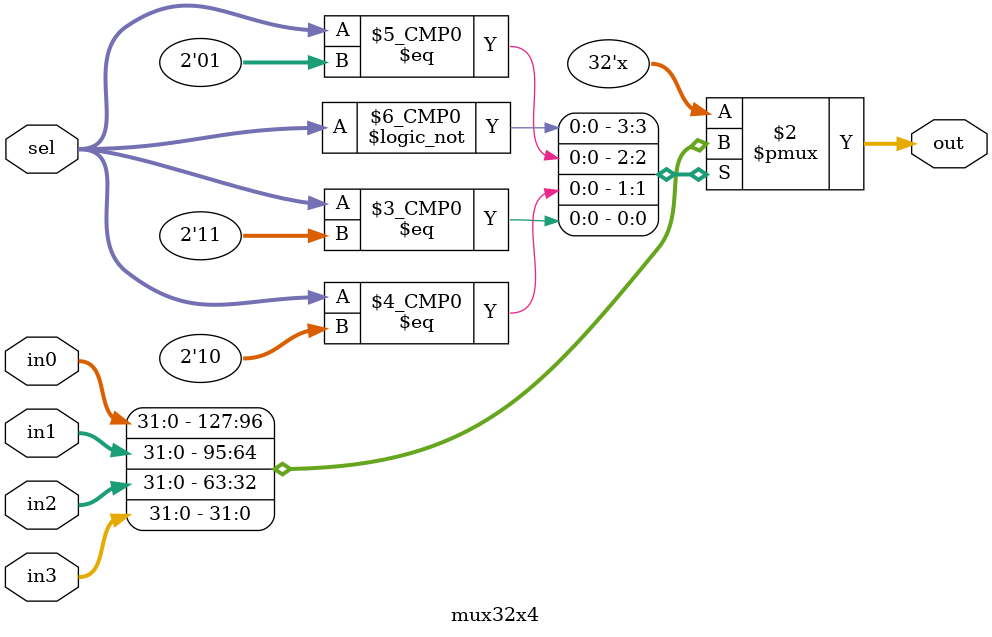
<source format=v>
`default_nettype none

`include "../Timescale.vh"

module mux32x4
(
    input   [31:0]  in0,
    input   [31:0]  in1,
    input   [31:0]  in2,
    input   [31:0]  in3,

    input   [1:0]   sel,

    output reg [31:0] out
);
    always@ (*) begin
        case(sel)
            2'b00: out = in0;
            2'b01: out = in1;
            2'b10: out = in2;
            2'b11: out = in3;

            default: out = in0;
        endcase
    end
endmodule
</source>
